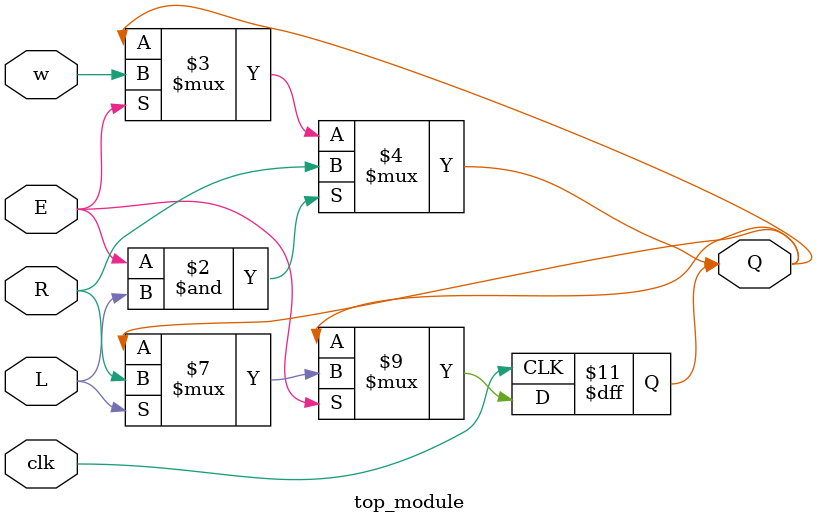
<source format=sv>
module top_module (
    input clk,
    input w,
    input R,
    input E,
    input L,
    output reg Q
);

    always @(posedge clk) begin
        if (E) begin
            if (L)
                Q <= R;
            else
                Q <= Q;
        end else begin
            Q <= Q;
        end
    end

    assign Q = (E & L) ? R : (E ? w : Q);

endmodule

</source>
